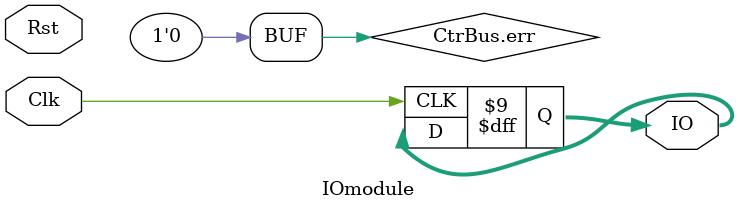
<source format=sv>
 `include "../source/defines.sv"

 module IOmodule (
	DatBus.Slave DatBus,
	CtrBus.Slave CtrBus, 

	//IO out
	output logic [31:0] IO,
	   
	input Rst,	
	input Clk 
 );
  parameter adw = 7;

  always @(posedge Clk) begin
    if (CtrBus.req) begin
      if (CtrBus.we) begin
			if (DatBus.be[0]) IO[7:0]   <= DatBus.wdata[7:0];  
			if (DatBus.be[1]) IO[15:8]  <= DatBus.wdata[15:8];  
			if (DatBus.be[2]) IO[23:16] <= DatBus.wdata[23:16];  
			if (DatBus.be[3]) IO[31:24] <= DatBus.wdata[31:24];  
      end
      CtrBus.rdata <= IO;
    end
  end

  always_ff @(posedge Clk or posedge Rst) begin
    if (Rst) begin
      CtrBus.rvalid <= '0;
	  CtrBus.gnt    <= 'b0;
    end else begin
      CtrBus.rvalid <= CtrBus.req;
	  CtrBus.gnt 	<= CtrBus.req;
    end
  end
 
  assign CtrBus.err = 0;
 
 endmodule
</source>
